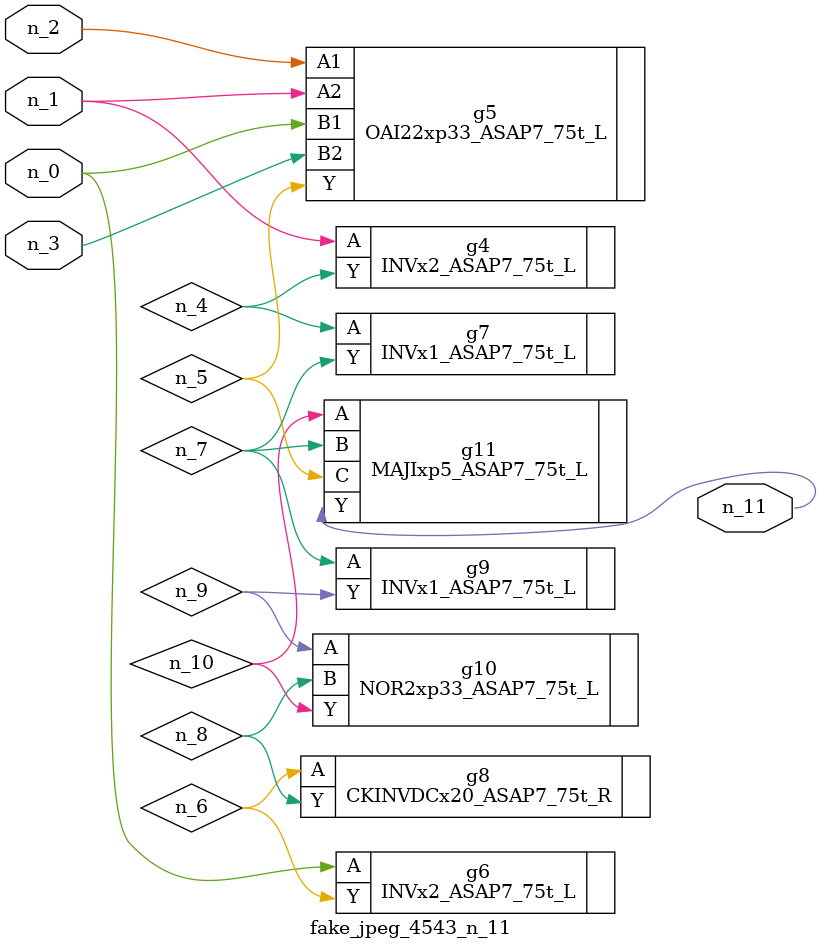
<source format=v>
module fake_jpeg_4543_n_11 (n_0, n_3, n_2, n_1, n_11);

input n_0;
input n_3;
input n_2;
input n_1;

output n_11;

wire n_10;
wire n_4;
wire n_8;
wire n_9;
wire n_6;
wire n_5;
wire n_7;

INVx2_ASAP7_75t_L g4 ( 
.A(n_1),
.Y(n_4)
);

OAI22xp33_ASAP7_75t_L g5 ( 
.A1(n_2),
.A2(n_1),
.B1(n_0),
.B2(n_3),
.Y(n_5)
);

INVx2_ASAP7_75t_L g6 ( 
.A(n_0),
.Y(n_6)
);

INVx1_ASAP7_75t_L g7 ( 
.A(n_4),
.Y(n_7)
);

INVx1_ASAP7_75t_L g9 ( 
.A(n_7),
.Y(n_9)
);

CKINVDCx20_ASAP7_75t_R g8 ( 
.A(n_6),
.Y(n_8)
);

NOR2xp33_ASAP7_75t_L g10 ( 
.A(n_9),
.B(n_8),
.Y(n_10)
);

MAJIxp5_ASAP7_75t_L g11 ( 
.A(n_10),
.B(n_7),
.C(n_5),
.Y(n_11)
);


endmodule
</source>
